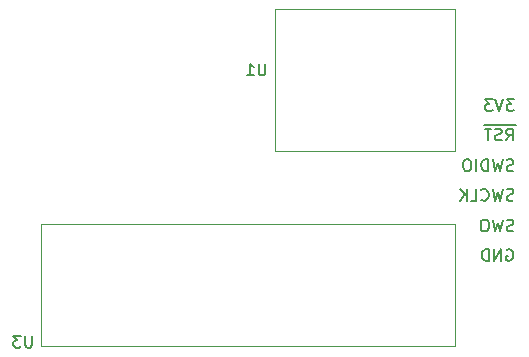
<source format=gbr>
%TF.GenerationSoftware,KiCad,Pcbnew,(6.0.11)*%
%TF.CreationDate,2025-09-27T21:04:19-04:00*%
%TF.ProjectId,433MHz-SRX882S-Dongle,3433334d-487a-42d5-9352-58383832532d,rev?*%
%TF.SameCoordinates,Original*%
%TF.FileFunction,Legend,Bot*%
%TF.FilePolarity,Positive*%
%FSLAX46Y46*%
G04 Gerber Fmt 4.6, Leading zero omitted, Abs format (unit mm)*
G04 Created by KiCad (PCBNEW (6.0.11)) date 2025-09-27 21:04:19*
%MOMM*%
%LPD*%
G01*
G04 APERTURE LIST*
%ADD10C,0.150000*%
%ADD11C,0.120000*%
G04 APERTURE END LIST*
D10*
X119461904Y-108661011D02*
X119319047Y-108708630D01*
X119080952Y-108708630D01*
X118985713Y-108661011D01*
X118938094Y-108613392D01*
X118890475Y-108518154D01*
X118890475Y-108422916D01*
X118938094Y-108327678D01*
X118985713Y-108280059D01*
X119080952Y-108232440D01*
X119271428Y-108184821D01*
X119366666Y-108137202D01*
X119414285Y-108089583D01*
X119461904Y-107994345D01*
X119461904Y-107899107D01*
X119414285Y-107803869D01*
X119366666Y-107756250D01*
X119271428Y-107708630D01*
X119033332Y-107708630D01*
X118890475Y-107756250D01*
X118557142Y-107708630D02*
X118319047Y-108708630D01*
X118128571Y-107994345D01*
X117938094Y-108708630D01*
X117699999Y-107708630D01*
X117128571Y-107708630D02*
X116938094Y-107708630D01*
X116842856Y-107756250D01*
X116747618Y-107851488D01*
X116699999Y-108041964D01*
X116699999Y-108375297D01*
X116747618Y-108565773D01*
X116842856Y-108661011D01*
X116938094Y-108708630D01*
X117128571Y-108708630D01*
X117223809Y-108661011D01*
X117319047Y-108565773D01*
X117366666Y-108375297D01*
X117366666Y-108041964D01*
X117319047Y-107851488D01*
X117223809Y-107756250D01*
X117128571Y-107708630D01*
X119509523Y-97508630D02*
X118890475Y-97508630D01*
X119223808Y-97889583D01*
X119080951Y-97889583D01*
X118985713Y-97937202D01*
X118938094Y-97984821D01*
X118890475Y-98080059D01*
X118890475Y-98318154D01*
X118938094Y-98413392D01*
X118985713Y-98461011D01*
X119080951Y-98508630D01*
X119366666Y-98508630D01*
X119461904Y-98461011D01*
X119509523Y-98413392D01*
X118604761Y-97508630D02*
X118271428Y-98508630D01*
X117938094Y-97508630D01*
X117699999Y-97508630D02*
X117080951Y-97508630D01*
X117414285Y-97889583D01*
X117271428Y-97889583D01*
X117176189Y-97937202D01*
X117128570Y-97984821D01*
X117080951Y-98080059D01*
X117080951Y-98318154D01*
X117128570Y-98413392D01*
X117176189Y-98461011D01*
X117271428Y-98508630D01*
X117557142Y-98508630D01*
X117652380Y-98461011D01*
X117699999Y-98413392D01*
X119461904Y-106061011D02*
X119319047Y-106108630D01*
X119080952Y-106108630D01*
X118985714Y-106061011D01*
X118938095Y-106013392D01*
X118890476Y-105918154D01*
X118890476Y-105822916D01*
X118938095Y-105727678D01*
X118985714Y-105680059D01*
X119080952Y-105632440D01*
X119271428Y-105584821D01*
X119366666Y-105537202D01*
X119414285Y-105489583D01*
X119461904Y-105394345D01*
X119461904Y-105299107D01*
X119414285Y-105203869D01*
X119366666Y-105156250D01*
X119271428Y-105108630D01*
X119033333Y-105108630D01*
X118890476Y-105156250D01*
X118557142Y-105108630D02*
X118319047Y-106108630D01*
X118128571Y-105394345D01*
X117938095Y-106108630D01*
X117700000Y-105108630D01*
X116747619Y-106013392D02*
X116795238Y-106061011D01*
X116938095Y-106108630D01*
X117033333Y-106108630D01*
X117176190Y-106061011D01*
X117271428Y-105965773D01*
X117319047Y-105870535D01*
X117366666Y-105680059D01*
X117366666Y-105537202D01*
X117319047Y-105346726D01*
X117271428Y-105251488D01*
X117176190Y-105156250D01*
X117033333Y-105108630D01*
X116938095Y-105108630D01*
X116795238Y-105156250D01*
X116747619Y-105203869D01*
X115842857Y-106108630D02*
X116319047Y-106108630D01*
X116319047Y-105108630D01*
X115509523Y-106108630D02*
X115509523Y-105108630D01*
X114938095Y-106108630D02*
X115366666Y-105537202D01*
X114938095Y-105108630D02*
X115509523Y-105680059D01*
X118890475Y-110256250D02*
X118985713Y-110208630D01*
X119128571Y-110208630D01*
X119271428Y-110256250D01*
X119366666Y-110351488D01*
X119414285Y-110446726D01*
X119461904Y-110637202D01*
X119461904Y-110780059D01*
X119414285Y-110970535D01*
X119366666Y-111065773D01*
X119271428Y-111161011D01*
X119128571Y-111208630D01*
X119033332Y-111208630D01*
X118890475Y-111161011D01*
X118842856Y-111113392D01*
X118842856Y-110780059D01*
X119033332Y-110780059D01*
X118414285Y-111208630D02*
X118414285Y-110208630D01*
X117842856Y-111208630D01*
X117842856Y-110208630D01*
X117366666Y-111208630D02*
X117366666Y-110208630D01*
X117128571Y-110208630D01*
X116985713Y-110256250D01*
X116890475Y-110351488D01*
X116842856Y-110446726D01*
X116795237Y-110637202D01*
X116795237Y-110780059D01*
X116842856Y-110970535D01*
X116890475Y-111065773D01*
X116985713Y-111161011D01*
X117128571Y-111208630D01*
X117366666Y-111208630D01*
X119461904Y-103561011D02*
X119319047Y-103608630D01*
X119080952Y-103608630D01*
X118985714Y-103561011D01*
X118938095Y-103513392D01*
X118890476Y-103418154D01*
X118890476Y-103322916D01*
X118938095Y-103227678D01*
X118985714Y-103180059D01*
X119080952Y-103132440D01*
X119271428Y-103084821D01*
X119366666Y-103037202D01*
X119414285Y-102989583D01*
X119461904Y-102894345D01*
X119461904Y-102799107D01*
X119414285Y-102703869D01*
X119366666Y-102656250D01*
X119271428Y-102608630D01*
X119033333Y-102608630D01*
X118890476Y-102656250D01*
X118557142Y-102608630D02*
X118319047Y-103608630D01*
X118128571Y-102894345D01*
X117938095Y-103608630D01*
X117699999Y-102608630D01*
X117319047Y-103608630D02*
X117319047Y-102608630D01*
X117080952Y-102608630D01*
X116938095Y-102656250D01*
X116842857Y-102751488D01*
X116795237Y-102846726D01*
X116747618Y-103037202D01*
X116747618Y-103180059D01*
X116795237Y-103370535D01*
X116842857Y-103465773D01*
X116938095Y-103561011D01*
X117080952Y-103608630D01*
X117319047Y-103608630D01*
X116319047Y-103608630D02*
X116319047Y-102608630D01*
X115652380Y-102608630D02*
X115461904Y-102608630D01*
X115366666Y-102656250D01*
X115271428Y-102751488D01*
X115223809Y-102941964D01*
X115223809Y-103275297D01*
X115271428Y-103465773D01*
X115366666Y-103561011D01*
X115461904Y-103608630D01*
X115652380Y-103608630D01*
X115747618Y-103561011D01*
X115842857Y-103465773D01*
X115890476Y-103275297D01*
X115890476Y-102941964D01*
X115842857Y-102751488D01*
X115747618Y-102656250D01*
X115652380Y-102608630D01*
X119652380Y-99726250D02*
X118652380Y-99726250D01*
X118842857Y-101008630D02*
X119176190Y-100532440D01*
X119414285Y-101008630D02*
X119414285Y-100008630D01*
X119033333Y-100008630D01*
X118938095Y-100056250D01*
X118890476Y-100103869D01*
X118842857Y-100199107D01*
X118842857Y-100341964D01*
X118890476Y-100437202D01*
X118938095Y-100484821D01*
X119033333Y-100532440D01*
X119414285Y-100532440D01*
X118652380Y-99726250D02*
X117699999Y-99726250D01*
X118461904Y-100961011D02*
X118319047Y-101008630D01*
X118080952Y-101008630D01*
X117985714Y-100961011D01*
X117938095Y-100913392D01*
X117890476Y-100818154D01*
X117890476Y-100722916D01*
X117938095Y-100627678D01*
X117985714Y-100580059D01*
X118080952Y-100532440D01*
X118271428Y-100484821D01*
X118366666Y-100437202D01*
X118414285Y-100389583D01*
X118461904Y-100294345D01*
X118461904Y-100199107D01*
X118414285Y-100103869D01*
X118366666Y-100056250D01*
X118271428Y-100008630D01*
X118033333Y-100008630D01*
X117890476Y-100056250D01*
X117699999Y-99726250D02*
X116938095Y-99726250D01*
X117604761Y-100008630D02*
X117033333Y-100008630D01*
X117319047Y-101008630D02*
X117319047Y-100008630D01*
%TO.C,U3*%
X78711904Y-117552380D02*
X78711904Y-118361904D01*
X78664285Y-118457142D01*
X78616666Y-118504761D01*
X78521428Y-118552380D01*
X78330952Y-118552380D01*
X78235714Y-118504761D01*
X78188095Y-118457142D01*
X78140476Y-118361904D01*
X78140476Y-117552380D01*
X77759523Y-117552380D02*
X77140476Y-117552380D01*
X77473809Y-117933333D01*
X77330952Y-117933333D01*
X77235714Y-117980952D01*
X77188095Y-118028571D01*
X77140476Y-118123809D01*
X77140476Y-118361904D01*
X77188095Y-118457142D01*
X77235714Y-118504761D01*
X77330952Y-118552380D01*
X77616666Y-118552380D01*
X77711904Y-118504761D01*
X77759523Y-118457142D01*
%TO.C,U1*%
X98461904Y-94502380D02*
X98461904Y-95311904D01*
X98414285Y-95407142D01*
X98366666Y-95454761D01*
X98271428Y-95502380D01*
X98080952Y-95502380D01*
X97985714Y-95454761D01*
X97938095Y-95407142D01*
X97890476Y-95311904D01*
X97890476Y-94502380D01*
X96890476Y-95502380D02*
X97461904Y-95502380D01*
X97176190Y-95502380D02*
X97176190Y-94502380D01*
X97271428Y-94645238D01*
X97366666Y-94740476D01*
X97461904Y-94788095D01*
D11*
%TO.C,U3*%
X79500000Y-118450000D02*
X114500000Y-118450000D01*
X114500000Y-118450000D02*
X114500000Y-108050000D01*
X114500000Y-108050000D02*
X79500000Y-108050000D01*
X79500000Y-108050000D02*
X79500000Y-118450000D01*
%TO.C,U1*%
X114500000Y-101890000D02*
X99300000Y-101890000D01*
X99300000Y-101890000D02*
X99300000Y-89890000D01*
X99300000Y-89890000D02*
X114500000Y-89890000D01*
X114500000Y-89890000D02*
X114500000Y-101890000D01*
%TD*%
M02*

</source>
